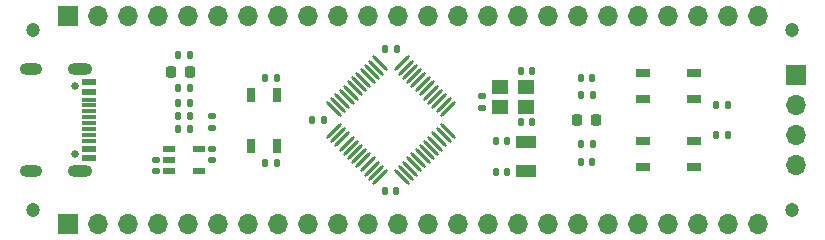
<source format=gts>
%TF.GenerationSoftware,KiCad,Pcbnew,7.0.10*%
%TF.CreationDate,2024-01-31T15:03:47+08:00*%
%TF.ProjectId,UINIO-MCU-GD32F103CBT6,55494e49-4f2d-44d4-9355-2d4744333246,Version 3.1.2*%
%TF.SameCoordinates,PX72c1710PY5584170*%
%TF.FileFunction,Soldermask,Top*%
%TF.FilePolarity,Negative*%
%FSLAX46Y46*%
G04 Gerber Fmt 4.6, Leading zero omitted, Abs format (unit mm)*
G04 Created by KiCad (PCBNEW 7.0.10) date 2024-01-31 15:03:47*
%MOMM*%
%LPD*%
G01*
G04 APERTURE LIST*
G04 Aperture macros list*
%AMRoundRect*
0 Rectangle with rounded corners*
0 $1 Rounding radius*
0 $2 $3 $4 $5 $6 $7 $8 $9 X,Y pos of 4 corners*
0 Add a 4 corners polygon primitive as box body*
4,1,4,$2,$3,$4,$5,$6,$7,$8,$9,$2,$3,0*
0 Add four circle primitives for the rounded corners*
1,1,$1+$1,$2,$3*
1,1,$1+$1,$4,$5*
1,1,$1+$1,$6,$7*
1,1,$1+$1,$8,$9*
0 Add four rect primitives between the rounded corners*
20,1,$1+$1,$2,$3,$4,$5,0*
20,1,$1+$1,$4,$5,$6,$7,0*
20,1,$1+$1,$6,$7,$8,$9,0*
20,1,$1+$1,$8,$9,$2,$3,0*%
%AMHorizOval*
0 Thick line with rounded ends*
0 $1 width*
0 $2 $3 position (X,Y) of the first rounded end (center of the circle)*
0 $4 $5 position (X,Y) of the second rounded end (center of the circle)*
0 Add line between two ends*
20,1,$1,$2,$3,$4,$5,0*
0 Add two circle primitives to create the rounded ends*
1,1,$1,$2,$3*
1,1,$1,$4,$5*%
G04 Aperture macros list end*
%ADD10RoundRect,0.135000X0.135000X0.185000X-0.135000X0.185000X-0.135000X-0.185000X0.135000X-0.185000X0*%
%ADD11RoundRect,0.140000X0.140000X0.170000X-0.140000X0.170000X-0.140000X-0.170000X0.140000X-0.170000X0*%
%ADD12RoundRect,0.135000X-0.135000X-0.185000X0.135000X-0.185000X0.135000X0.185000X-0.135000X0.185000X0*%
%ADD13R,0.650000X1.200000*%
%ADD14R,1.800000X1.000000*%
%ADD15R,1.000000X0.600000*%
%ADD16RoundRect,0.140000X-0.140000X-0.170000X0.140000X-0.170000X0.140000X0.170000X-0.140000X0.170000X0*%
%ADD17RoundRect,0.218750X-0.218750X-0.256250X0.218750X-0.256250X0.218750X0.256250X-0.218750X0.256250X0*%
%ADD18R,1.200000X0.650000*%
%ADD19R,1.700000X1.700000*%
%ADD20O,1.700000X1.700000*%
%ADD21RoundRect,0.140000X-0.170000X0.140000X-0.170000X-0.140000X0.170000X-0.140000X0.170000X0.140000X0*%
%ADD22C,1.200000*%
%ADD23RoundRect,0.135000X0.185000X-0.135000X0.185000X0.135000X-0.185000X0.135000X-0.185000X-0.135000X0*%
%ADD24C,0.650000*%
%ADD25O,2.100000X1.000000*%
%ADD26O,1.900000X1.000000*%
%ADD27R,1.150000X0.600000*%
%ADD28R,1.150000X0.300000*%
%ADD29RoundRect,0.140000X0.170000X-0.140000X0.170000X0.140000X-0.170000X0.140000X-0.170000X-0.140000X0*%
%ADD30R,1.400000X1.200000*%
%ADD31HorizOval,0.280000X-0.537401X0.537401X0.537401X-0.537401X0*%
%ADD32HorizOval,0.280000X0.537401X0.537401X-0.537401X-0.537401X0*%
%ADD33RoundRect,0.218750X0.218750X0.256250X-0.218750X0.256250X-0.218750X-0.256250X0.218750X-0.256250X0*%
G04 APERTURE END LIST*
D10*
%TO.C,R1*%
X12329060Y-7452130D03*
X11309060Y-7452130D03*
%TD*%
D11*
%TO.C,C7*%
X46409060Y-13727130D03*
X45449060Y-13727130D03*
%TD*%
D12*
%TO.C,R8*%
X56839060Y-8912130D03*
X57859060Y-8912130D03*
%TD*%
D13*
%TO.C,SW2*%
X19664060Y-8072130D03*
X19664060Y-12372130D03*
X17514060Y-8072130D03*
X17514060Y-12372130D03*
%TD*%
D14*
%TO.C,Y1*%
X40799060Y-12012130D03*
X40799060Y-14512130D03*
%TD*%
D15*
%TO.C,U1*%
X10529060Y-12576130D03*
X10529060Y-13526130D03*
X10529060Y-14476130D03*
X13129060Y-14476130D03*
X13129060Y-12576130D03*
%TD*%
D16*
%TO.C,C11*%
X38239060Y-11972130D03*
X39199060Y-11972130D03*
%TD*%
D17*
%TO.C,D1*%
X10751560Y-6062130D03*
X12326560Y-6062130D03*
%TD*%
D18*
%TO.C,SW3*%
X50689060Y-11952130D03*
X54989060Y-11952130D03*
X50689060Y-14102130D03*
X54989060Y-14102130D03*
%TD*%
D19*
%TO.C,J3*%
X63629060Y-6372130D03*
D20*
X63629060Y-8912130D03*
X63629060Y-11452130D03*
X63629060Y-13992130D03*
%TD*%
D21*
%TO.C,C2*%
X9429060Y-13512130D03*
X9429060Y-14472130D03*
%TD*%
D12*
%TO.C,R10*%
X45419060Y-12177130D03*
X46439060Y-12177130D03*
%TD*%
D22*
%TO.C,HOLE\u002A\u002A*%
X-920940Y-2552130D03*
%TD*%
D12*
%TO.C,R4*%
X11309060Y-10882130D03*
X12329060Y-10882130D03*
%TD*%
D22*
%TO.C,HOLE\u002A\u002A*%
X63339060Y-2552130D03*
%TD*%
%TO.C,HOLE\u002A\u002A*%
X63339060Y-17762130D03*
%TD*%
D11*
%TO.C,C4*%
X29829060Y-4172130D03*
X28869060Y-4172130D03*
%TD*%
D23*
%TO.C,R12*%
X14229060Y-10850000D03*
X14229060Y-9830000D03*
%TD*%
D16*
%TO.C,C10*%
X38239060Y-14542130D03*
X39199060Y-14542130D03*
%TD*%
D24*
%TO.C,USB1*%
X2568060Y-7282130D03*
X2568060Y-13062130D03*
D25*
X3068060Y-5847130D03*
X3068060Y-14497130D03*
D26*
X-1131940Y-5847130D03*
X-1131940Y-14497130D03*
D27*
X3830060Y-6972130D03*
X3830060Y-7772130D03*
D28*
X3830060Y-8922130D03*
X3830060Y-9922130D03*
X3830060Y-10422130D03*
X3830060Y-11422130D03*
D27*
X3830060Y-13372130D03*
X3830060Y-12572130D03*
D28*
X3830060Y-11922130D03*
X3830060Y-10922130D03*
X3830060Y-9422130D03*
X3830060Y-8422130D03*
%TD*%
D29*
%TO.C,C5*%
X14239060Y-13532130D03*
X14239060Y-12572130D03*
%TD*%
D10*
%TO.C,R9*%
X57869060Y-11452130D03*
X56849060Y-11452130D03*
%TD*%
D30*
%TO.C,Y2*%
X40759060Y-7332130D03*
X38559060Y-7332130D03*
X38559060Y-9032130D03*
X40759060Y-9032130D03*
%TD*%
D12*
%TO.C,R5*%
X45419060Y-8077130D03*
X46439060Y-8077130D03*
%TD*%
D16*
%TO.C,C6*%
X28859060Y-16152130D03*
X29819060Y-16152130D03*
%TD*%
D23*
%TO.C,R7*%
X37089060Y-9112130D03*
X37089060Y-8092130D03*
%TD*%
D31*
%TO.C,U2*%
X30268299Y-14975456D03*
X30621852Y-14621903D03*
X30975406Y-14268349D03*
X31328959Y-13914796D03*
X31682512Y-13561243D03*
X32036066Y-13207689D03*
X32389619Y-12854136D03*
X32743173Y-12500582D03*
X33096726Y-12147029D03*
X33450279Y-11793476D03*
X33803833Y-11439922D03*
X34157386Y-11086369D03*
D32*
X34157386Y-9247891D03*
X33803833Y-8894338D03*
X33450279Y-8540784D03*
X33096726Y-8187231D03*
X32743173Y-7833678D03*
X32389619Y-7480124D03*
X32036066Y-7126571D03*
X31682512Y-6773017D03*
X31328959Y-6419464D03*
X30975406Y-6065911D03*
X30621852Y-5712357D03*
X30268299Y-5358804D03*
D31*
X28429821Y-5358804D03*
X28076268Y-5712357D03*
X27722714Y-6065911D03*
X27369161Y-6419464D03*
X27015608Y-6773017D03*
X26662054Y-7126571D03*
X26308501Y-7480124D03*
X25954947Y-7833678D03*
X25601394Y-8187231D03*
X25247841Y-8540784D03*
X24894287Y-8894338D03*
X24540734Y-9247891D03*
D32*
X24540734Y-11086369D03*
X24894287Y-11439922D03*
X25247841Y-11793476D03*
X25601394Y-12147029D03*
X25954947Y-12500582D03*
X26308501Y-12854136D03*
X26662054Y-13207689D03*
X27015608Y-13561243D03*
X27369161Y-13914796D03*
X27722714Y-14268349D03*
X28076268Y-14621903D03*
X28429821Y-14975456D03*
%TD*%
D11*
%TO.C,C8*%
X41329060Y-10342130D03*
X40369060Y-10342130D03*
%TD*%
D22*
%TO.C,HOLE\u002A\u002A*%
X-920940Y-17772130D03*
%TD*%
D10*
%TO.C,R3*%
X12329060Y-8702130D03*
X11309060Y-8702130D03*
%TD*%
%TO.C,R2*%
X12329060Y-9792130D03*
X11309060Y-9792130D03*
%TD*%
D11*
%TO.C,C1*%
X46409060Y-6577130D03*
X45449060Y-6577130D03*
%TD*%
D33*
%TO.C,L1*%
X46716560Y-10177130D03*
X45141560Y-10177130D03*
%TD*%
D11*
%TO.C,C9*%
X19669060Y-6582130D03*
X18709060Y-6582130D03*
%TD*%
D10*
%TO.C,R11*%
X12329060Y-4660000D03*
X11309060Y-4660000D03*
%TD*%
D16*
%TO.C,C3*%
X22699060Y-10132130D03*
X23659060Y-10132130D03*
%TD*%
D12*
%TO.C,R6*%
X18659060Y-13832130D03*
X19679060Y-13832130D03*
%TD*%
D11*
%TO.C,C12*%
X41329060Y-6022130D03*
X40369060Y-6022130D03*
%TD*%
D18*
%TO.C,SW1*%
X54989060Y-8352130D03*
X50689060Y-8352130D03*
X54989060Y-6202130D03*
X50689060Y-6202130D03*
%TD*%
D19*
%TO.C,J1*%
X1999060Y-1342130D03*
D20*
X4539060Y-1342130D03*
X7079060Y-1342130D03*
X9619060Y-1342130D03*
X12159060Y-1342130D03*
X14699060Y-1342130D03*
X17239060Y-1342130D03*
X19779060Y-1342130D03*
X22319060Y-1342130D03*
X24859060Y-1342130D03*
X27399060Y-1342130D03*
X29939060Y-1342130D03*
X32479060Y-1342130D03*
X35019060Y-1342130D03*
X37559060Y-1342130D03*
X40099060Y-1342130D03*
X42639060Y-1342130D03*
X45179060Y-1342130D03*
X47719060Y-1342130D03*
X50259060Y-1342130D03*
X52799060Y-1342130D03*
X55339060Y-1342130D03*
X57879060Y-1342130D03*
X60419060Y-1342130D03*
%TD*%
D19*
%TO.C,J2*%
X1999060Y-18982130D03*
D20*
X4539060Y-18982130D03*
X7079060Y-18982130D03*
X9619060Y-18982130D03*
X12159060Y-18982130D03*
X14699060Y-18982130D03*
X17239060Y-18982130D03*
X19779060Y-18982130D03*
X22319060Y-18982130D03*
X24859060Y-18982130D03*
X27399060Y-18982130D03*
X29939060Y-18982130D03*
X32479060Y-18982130D03*
X35019060Y-18982130D03*
X37559060Y-18982130D03*
X40099060Y-18982130D03*
X42639060Y-18982130D03*
X45179060Y-18982130D03*
X47719060Y-18982130D03*
X50259060Y-18982130D03*
X52799060Y-18982130D03*
X55339060Y-18982130D03*
X57879060Y-18982130D03*
X60419060Y-18982130D03*
%TD*%
M02*

</source>
